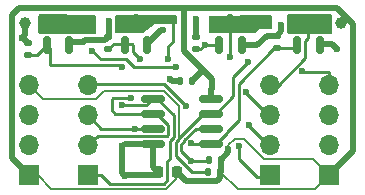
<source format=gbr>
%TF.GenerationSoftware,KiCad,Pcbnew,8.0.5-8.0.5-0~ubuntu22.04.1*%
%TF.CreationDate,2024-09-29T19:15:56+02:00*%
%TF.ProjectId,4Bit_I2C_Port_Expander_Module_FUEL4EP,34426974-5f49-4324-935f-506f72745f45,V1.2*%
%TF.SameCoordinates,Original*%
%TF.FileFunction,Copper,L1,Top*%
%TF.FilePolarity,Positive*%
%FSLAX46Y46*%
G04 Gerber Fmt 4.6, Leading zero omitted, Abs format (unit mm)*
G04 Created by KiCad (PCBNEW 8.0.5-8.0.5-0~ubuntu22.04.1) date 2024-09-29 19:15:56*
%MOMM*%
%LPD*%
G01*
G04 APERTURE LIST*
G04 Aperture macros list*
%AMRoundRect*
0 Rectangle with rounded corners*
0 $1 Rounding radius*
0 $2 $3 $4 $5 $6 $7 $8 $9 X,Y pos of 4 corners*
0 Add a 4 corners polygon primitive as box body*
4,1,4,$2,$3,$4,$5,$6,$7,$8,$9,$2,$3,0*
0 Add four circle primitives for the rounded corners*
1,1,$1+$1,$2,$3*
1,1,$1+$1,$4,$5*
1,1,$1+$1,$6,$7*
1,1,$1+$1,$8,$9*
0 Add four rect primitives between the rounded corners*
20,1,$1+$1,$2,$3,$4,$5,0*
20,1,$1+$1,$4,$5,$6,$7,0*
20,1,$1+$1,$6,$7,$8,$9,0*
20,1,$1+$1,$8,$9,$2,$3,0*%
G04 Aperture macros list end*
%TA.AperFunction,SMDPad,CuDef*%
%ADD10RoundRect,0.150000X0.150000X-0.587500X0.150000X0.587500X-0.150000X0.587500X-0.150000X-0.587500X0*%
%TD*%
%TA.AperFunction,ComponentPad*%
%ADD11C,1.000000*%
%TD*%
%TA.AperFunction,SMDPad,CuDef*%
%ADD12RoundRect,0.140000X0.140000X0.170000X-0.140000X0.170000X-0.140000X-0.170000X0.140000X-0.170000X0*%
%TD*%
%TA.AperFunction,SMDPad,CuDef*%
%ADD13RoundRect,0.225000X0.225000X0.250000X-0.225000X0.250000X-0.225000X-0.250000X0.225000X-0.250000X0*%
%TD*%
%TA.AperFunction,SMDPad,CuDef*%
%ADD14RoundRect,0.135000X-0.135000X-0.185000X0.135000X-0.185000X0.135000X0.185000X-0.135000X0.185000X0*%
%TD*%
%TA.AperFunction,SMDPad,CuDef*%
%ADD15RoundRect,0.150000X-0.825000X-0.150000X0.825000X-0.150000X0.825000X0.150000X-0.825000X0.150000X0*%
%TD*%
%TA.AperFunction,SMDPad,CuDef*%
%ADD16RoundRect,0.135000X0.185000X-0.135000X0.185000X0.135000X-0.185000X0.135000X-0.185000X-0.135000X0*%
%TD*%
%TA.AperFunction,ComponentPad*%
%ADD17R,1.700000X1.700000*%
%TD*%
%TA.AperFunction,ComponentPad*%
%ADD18O,1.700000X1.700000*%
%TD*%
%TA.AperFunction,ViaPad*%
%ADD19C,0.600000*%
%TD*%
%TA.AperFunction,Conductor*%
%ADD20C,0.500000*%
%TD*%
%TA.AperFunction,Conductor*%
%ADD21C,0.200000*%
%TD*%
%TA.AperFunction,Conductor*%
%ADD22C,0.250000*%
%TD*%
G04 APERTURE END LIST*
D10*
%TO.P,Q1,1,G*%
%TO.N,/IO0*%
X4020400Y13032500D03*
%TO.P,Q1,2,S*%
%TO.N,GND*%
X5920400Y13032500D03*
%TO.P,Q1,3,D*%
%TO.N,/OC0*%
X4970400Y14907500D03*
%TD*%
%TO.P,Q3,1,G*%
%TO.N,/IO2*%
X18608000Y13032500D03*
%TO.P,Q3,2,S*%
%TO.N,GND*%
X20508000Y13032500D03*
%TO.P,Q3,3,D*%
%TO.N,/OC2*%
X19558000Y14907500D03*
%TD*%
D11*
%TO.P,J5,1,Pin_1*%
%TO.N,GND*%
X2184400Y14935200D03*
%TD*%
%TO.P,J6,1,Pin_1*%
%TO.N,VCC*%
X28905200Y14935200D03*
%TD*%
D12*
%TO.P,C2,1*%
%TO.N,VCC*%
X16280000Y10000000D03*
%TO.P,C2,2*%
%TO.N,GND*%
X15320000Y10000000D03*
%TD*%
D13*
%TO.P,C1,1*%
%TO.N,VCC*%
X14999000Y2300000D03*
%TO.P,C1,2*%
%TO.N,GND*%
X13449000Y2300000D03*
%TD*%
D14*
%TO.P,R1,1*%
%TO.N,/SCL*%
X17697269Y3337000D03*
%TO.P,R1,2*%
%TO.N,VCC*%
X18717269Y3337000D03*
%TD*%
%TO.P,R2,1*%
%TO.N,/SDA*%
X17690000Y2286000D03*
%TO.P,R2,2*%
%TO.N,VCC*%
X18710000Y2286000D03*
%TD*%
D15*
%TO.P,U1,1,IO0*%
%TO.N,/IO0*%
X12995000Y8505000D03*
%TO.P,U1,2,IO1*%
%TO.N,/IO1*%
X12995000Y7235000D03*
%TO.P,U1,3,IO2*%
%TO.N,/IO2*%
X12995000Y5965000D03*
%TO.P,U1,4,VSS*%
%TO.N,GND*%
X12995000Y4695000D03*
%TO.P,U1,5,IO3*%
%TO.N,/IO3*%
X17945000Y4695000D03*
%TO.P,U1,6,SCL*%
%TO.N,/SCL*%
X17945000Y5965000D03*
%TO.P,U1,7,SDA*%
%TO.N,/SDA*%
X17945000Y7235000D03*
%TO.P,U1,8,VDD*%
%TO.N,VCC*%
X17945000Y8505000D03*
%TD*%
D16*
%TO.P,R3,1*%
%TO.N,/IO0*%
X2413000Y12192000D03*
%TO.P,R3,2*%
%TO.N,GND*%
X2413000Y13212000D03*
%TD*%
D10*
%TO.P,Q2,1,G*%
%TO.N,/IO1*%
X10607000Y13032500D03*
%TO.P,Q2,2,S*%
%TO.N,GND*%
X12507000Y13032500D03*
%TO.P,Q2,3,D*%
%TO.N,/OC1*%
X11557000Y14907500D03*
%TD*%
D16*
%TO.P,R5,1*%
%TO.N,/IO1*%
X9200000Y12690000D03*
%TO.P,R5,2*%
%TO.N,GND*%
X9200000Y13710000D03*
%TD*%
D17*
%TO.P,J3,1,Pin_1*%
%TO.N,/IO0*%
X7500000Y2000000D03*
D18*
%TO.P,J3,2,Pin_2*%
%TO.N,/IO1*%
X7500000Y4540000D03*
%TO.P,J3,3,Pin_3*%
%TO.N,/IO2*%
X7500000Y7080000D03*
%TO.P,J3,4,Pin_4*%
%TO.N,/IO3*%
X7500000Y9620000D03*
%TD*%
D17*
%TO.P,J1,1,Pin_1*%
%TO.N,VCC*%
X2540000Y2000000D03*
D18*
%TO.P,J1,2,Pin_2*%
%TO.N,GND*%
X2540000Y4540000D03*
%TO.P,J1,3,Pin_3*%
%TO.N,/SCL*%
X2540000Y7080000D03*
%TO.P,J1,4,Pin_4*%
%TO.N,/SDA*%
X2540000Y9620000D03*
%TD*%
D17*
%TO.P,J2,1,Pin_1*%
%TO.N,VCC*%
X27900000Y2000000D03*
D18*
%TO.P,J2,2,Pin_2*%
%TO.N,GND*%
X27900000Y4540000D03*
%TO.P,J2,3,Pin_3*%
%TO.N,/SCL*%
X27900000Y7080000D03*
%TO.P,J2,4,Pin_4*%
%TO.N,/SDA*%
X27900000Y9620000D03*
%TD*%
D17*
%TO.P,J4,1,Pin_1*%
%TO.N,/OC0*%
X22900000Y2000000D03*
D18*
%TO.P,J4,2,Pin_2*%
%TO.N,/OC1*%
X22900000Y4540000D03*
%TO.P,J4,3,Pin_3*%
%TO.N,/OC2*%
X22900000Y7080000D03*
%TO.P,J4,4,Pin_4*%
%TO.N,/OC3*%
X22900000Y9620000D03*
%TD*%
D16*
%TO.P,R9,1*%
%TO.N,/IO3*%
X23495000Y12825000D03*
%TO.P,R9,2*%
%TO.N,GND*%
X23495000Y13845000D03*
%TD*%
D10*
%TO.P,Q4,1,G*%
%TO.N,/IO3*%
X25212000Y13032500D03*
%TO.P,Q4,2,S*%
%TO.N,GND*%
X27112000Y13032500D03*
%TO.P,Q4,3,D*%
%TO.N,/OC3*%
X26162000Y14907500D03*
%TD*%
D16*
%TO.P,R7,1*%
%TO.N,/IO2*%
X16600000Y12690000D03*
%TO.P,R7,2*%
%TO.N,GND*%
X16600000Y13710000D03*
%TD*%
D19*
%TO.N,VCC*%
X17973066Y9372066D03*
X19364732Y4226000D03*
%TO.N,GND*%
X23876000Y14732000D03*
X10414000Y4480000D03*
X16637000Y15240000D03*
X1879600Y13614400D03*
X28575000Y12700000D03*
X9271000Y15113000D03*
X13843000Y14351000D03*
X7061200Y13309600D03*
X14400000Y10200000D03*
X10669572Y1996001D03*
%TO.N,/SCL*%
X16201000Y3265000D03*
%TO.N,/SDA*%
X25654000Y10830000D03*
X21082000Y11592000D03*
%TO.N,/IO0*%
X10385759Y7955000D03*
X10374011Y11211900D03*
%TO.N,/IO1*%
X11176000Y8579500D03*
X11938000Y11846000D03*
%TO.N,/IO2*%
X17399000Y13081000D03*
X11469000Y5965000D03*
%TO.N,/IO3*%
X16248980Y4728468D03*
X15801386Y7850481D03*
%TO.N,/OC0*%
X7874000Y12573000D03*
X7874000Y14224000D03*
X14956029Y11162797D03*
X20267164Y4513154D03*
%TO.N,/OC1*%
X14267283Y11860106D03*
X21127933Y6297868D03*
%TO.N,/OC2*%
X20886001Y9052000D03*
X19558000Y12065000D03*
%TD*%
D20*
%TO.N,VCC*%
X29945000Y14868858D02*
X29366529Y15447329D01*
X1800000Y16210000D02*
X15448000Y16210000D01*
X15448000Y16210000D02*
X15794000Y16210000D01*
D21*
X19936654Y5112654D02*
X19364732Y4540732D01*
D20*
X1672685Y16210000D02*
X1800000Y16210000D01*
X17221343Y10921343D02*
X17973066Y10169619D01*
D21*
X19364732Y4540732D02*
X19364732Y4226000D01*
D20*
X29945000Y4045000D02*
X29945000Y14868858D01*
X15621000Y12521686D02*
X15621000Y16037000D01*
D21*
X27900000Y2000000D02*
X26510000Y3390000D01*
D20*
X17973066Y10169619D02*
X17973066Y9372066D01*
D21*
X3242000Y2000000D02*
X4399501Y842499D01*
X20181000Y850000D02*
X18710000Y2321000D01*
X20701000Y5112654D02*
X19936654Y5112654D01*
X14077652Y842499D02*
X14999000Y1763847D01*
D20*
X18710000Y1819000D02*
X18710000Y2286000D01*
X18710000Y2193685D02*
X18710000Y2321000D01*
X29201429Y15612429D02*
X28603858Y16210000D01*
X18717269Y3337000D02*
X18717269Y2328269D01*
X18717269Y3337000D02*
X19364732Y3984463D01*
X15794000Y16210000D02*
X28603858Y16210000D01*
X16300000Y10000000D02*
X17221343Y10921343D01*
X29366529Y15396529D02*
X29366529Y15447329D01*
D21*
X27900000Y2000000D02*
X26750000Y850000D01*
D20*
X19364732Y3984463D02*
X19364732Y4226000D01*
D21*
X22423654Y3390000D02*
X20701000Y5112654D01*
D20*
X27900000Y2000000D02*
X29945000Y4045000D01*
D21*
X26750000Y850000D02*
X20181000Y850000D01*
D20*
X17945000Y8505000D02*
X17945000Y9344000D01*
X1030000Y15567315D02*
X1672685Y16210000D01*
D21*
X4399501Y842499D02*
X14077652Y842499D01*
D20*
X17945000Y9344000D02*
X17973066Y9372066D01*
X2500000Y2000000D02*
X1030000Y3470000D01*
X14999000Y2300000D02*
X15783000Y1516000D01*
X15621000Y16037000D02*
X15794000Y16210000D01*
X29366529Y15447329D02*
X29201429Y15612429D01*
X28905200Y14935200D02*
X29366529Y15396529D01*
X18407000Y1516000D02*
X18710000Y1819000D01*
X1030000Y3470000D02*
X1030000Y15567315D01*
X17221343Y10921343D02*
X15621000Y12521686D01*
D21*
X26510000Y3390000D02*
X22423654Y3390000D01*
D20*
X15783000Y1516000D02*
X18407000Y1516000D01*
%TO.N,GND*%
X7061200Y13309600D02*
X6197500Y13309600D01*
X10414000Y2251573D02*
X10669572Y1996001D01*
X9271000Y13781000D02*
X9200000Y13710000D01*
X14600000Y10000000D02*
X14400000Y10200000D01*
X2010600Y13614400D02*
X2413000Y13212000D01*
X23876000Y14732000D02*
X23876000Y14226000D01*
X2184400Y14935200D02*
X2184400Y13919200D01*
X13442998Y2073002D02*
X10746573Y2073002D01*
X22608000Y13845000D02*
X21844000Y13081000D01*
X7226100Y13474500D02*
X7061200Y13309600D01*
X12995000Y2754000D02*
X13449000Y2300000D01*
X6197500Y13309600D02*
X5920400Y13032500D01*
X16600000Y13710000D02*
X16600000Y15203000D01*
X10414000Y4480000D02*
X10414000Y2251573D01*
X2184400Y13919200D02*
X1879600Y13614400D01*
X13698500Y14351000D02*
X12507000Y13159500D01*
X9271000Y15113000D02*
X9271000Y13781000D01*
X12995000Y4695000D02*
X10629000Y4695000D01*
X15320000Y10000000D02*
X14600000Y10000000D01*
X16600000Y15203000D02*
X16637000Y15240000D01*
X13843000Y14351000D02*
X13698500Y14351000D01*
X12995000Y4695000D02*
X12995000Y2754000D01*
X9200000Y13710000D02*
X8964500Y13474500D01*
X28115500Y13159500D02*
X28575000Y12700000D01*
X1879600Y13614400D02*
X2010600Y13614400D01*
X27112000Y13159500D02*
X28115500Y13159500D01*
X10629000Y4695000D02*
X10414000Y4480000D01*
X21844000Y13081000D02*
X20556500Y13081000D01*
X10746573Y2073002D02*
X10669572Y1996001D01*
X23876000Y14226000D02*
X23495000Y13845000D01*
X23495000Y13845000D02*
X22608000Y13845000D01*
X8964500Y13474500D02*
X7226100Y13474500D01*
D22*
%TO.N,/SCL*%
X17945000Y5965000D02*
X16600070Y5965000D01*
X15643503Y4881433D02*
X15377500Y4615430D01*
X16600070Y5965000D02*
X15643503Y5008433D01*
X15377500Y4615430D02*
X15377500Y4088500D01*
X15377500Y4088500D02*
X16201000Y3265000D01*
X15643503Y5008433D02*
X15643503Y4881433D01*
X17625269Y3265000D02*
X16201000Y3265000D01*
%TO.N,/SDA*%
X16261823Y2321000D02*
X17690000Y2321000D01*
D21*
X13932396Y9179000D02*
X15194002Y7917394D01*
D22*
X27900000Y10780538D02*
X25703462Y10780538D01*
D21*
X3650000Y8470000D02*
X8181000Y8470000D01*
D22*
X19812000Y10322000D02*
X19812000Y8725249D01*
X14927999Y3654824D02*
X16261823Y2321000D01*
X19812000Y8725249D02*
X18321751Y7235000D01*
X15194002Y5067622D02*
X14927999Y4801619D01*
X21082000Y11592000D02*
X19812000Y10322000D01*
D21*
X2500000Y9620000D02*
X3650000Y8470000D01*
D22*
X14927999Y4801619D02*
X14927999Y3654824D01*
D21*
X8181000Y8470000D02*
X8890000Y9179000D01*
D22*
X17234380Y7235000D02*
X15194002Y5194622D01*
X27900000Y10780538D02*
X27900000Y9620000D01*
D21*
X15194002Y7917394D02*
X15194002Y5194622D01*
X8890000Y9179000D02*
X13932396Y9179000D01*
D22*
X15194002Y5194622D02*
X15194002Y5067622D01*
X25703462Y10780538D02*
X25654000Y10830000D01*
%TO.N,/IO0*%
X4263000Y12789900D02*
X4020400Y13032500D01*
X14419501Y4928811D02*
X14419501Y3435684D01*
X14744501Y5253811D02*
X14419501Y4928811D01*
X13371751Y8505000D02*
X14744501Y7132250D01*
X14744501Y7132250D02*
X14744501Y5253811D01*
X4263000Y11338000D02*
X4263000Y12789900D01*
X2413000Y12192000D02*
X3179900Y12192000D01*
X14224000Y1589183D02*
X13901817Y1267000D01*
X3179900Y12192000D02*
X4020400Y13032500D01*
X14419501Y3435684D02*
X14224000Y3240183D01*
X12917500Y8427500D02*
X12445000Y7955000D01*
X13901817Y1267000D02*
X9333000Y1267000D01*
X8600000Y2000000D02*
X7500000Y2000000D01*
X10247911Y11338000D02*
X10374011Y11211900D01*
X9333000Y1267000D02*
X8600000Y2000000D01*
X4263000Y11338000D02*
X10247911Y11338000D01*
X14224000Y3240183D02*
X14224000Y1589183D01*
X12445000Y7955000D02*
X10385759Y7955000D01*
%TO.N,/IO1*%
X14295000Y5440000D02*
X14195000Y5340000D01*
X13371751Y7235000D02*
X14295000Y6311751D01*
X11224500Y13159500D02*
X10607000Y13159500D01*
X11938000Y11846000D02*
X11303000Y12481000D01*
X8300000Y5340000D02*
X7500000Y4540000D01*
X11303000Y12481000D02*
X11303000Y13081000D01*
X12995000Y7235000D02*
X9818000Y7235000D01*
X9652838Y8579500D02*
X11176000Y8579500D01*
X11303000Y13081000D02*
X11224500Y13159500D01*
X14295000Y6311751D02*
X14295000Y5440000D01*
X14195000Y5340000D02*
X8300000Y5340000D01*
X10607000Y13159500D02*
X9669500Y13159500D01*
X9525000Y7528000D02*
X9525000Y8451662D01*
X9818000Y7235000D02*
X9525000Y7528000D01*
X9669500Y13159500D02*
X9200000Y12690000D01*
X9525000Y8451662D02*
X9652838Y8579500D01*
%TO.N,/IO2*%
X17399000Y13081000D02*
X18559500Y13081000D01*
X12995000Y5965000D02*
X11469000Y5965000D01*
X8615000Y5965000D02*
X7500000Y7080000D01*
X16600000Y12690000D02*
X17008000Y12690000D01*
X17008000Y12690000D02*
X17399000Y13081000D01*
X8615000Y5965000D02*
X11469000Y5965000D01*
%TO.N,/IO3*%
X15801386Y7910345D02*
X15801386Y7850481D01*
X24877500Y12825000D02*
X25212000Y13159500D01*
X7635501Y9755501D02*
X13956230Y9755501D01*
X16282448Y4695000D02*
X16248980Y4728468D01*
X18321751Y4695000D02*
X19260499Y5633748D01*
X19260499Y5633748D02*
X19260499Y5671835D01*
X20261501Y6672837D02*
X20261501Y9755501D01*
X13956230Y9755501D02*
X15801386Y7910345D01*
X17945000Y4695000D02*
X16282448Y4695000D01*
X20261501Y9755501D02*
X23196000Y12690000D01*
X23495000Y12825000D02*
X24877500Y12825000D01*
X19260499Y5671835D02*
X20261501Y6672837D01*
%TO.N,/OC0*%
X11392403Y11162797D02*
X10718800Y11836400D01*
X7874000Y15160000D02*
X5222900Y15160000D01*
X10718800Y11836400D02*
X8610600Y11836400D01*
X20267164Y3432836D02*
X20267164Y4513154D01*
X8610600Y11836400D02*
X7874000Y12573000D01*
X5222900Y15160000D02*
X4970400Y14907500D01*
X14956029Y11162797D02*
X11392403Y11162797D01*
X7874000Y15160000D02*
X7874000Y14224000D01*
X21800000Y1900000D02*
X20267164Y3432836D01*
X22900000Y1900000D02*
X21800000Y1900000D01*
%TO.N,/OC1*%
X22900000Y4440000D02*
X21127933Y6212067D01*
X21127933Y6212067D02*
X21127933Y6297868D01*
X14721500Y13359434D02*
X14267283Y12905217D01*
X14732000Y15111000D02*
X11633500Y15111000D01*
X14267283Y12905217D02*
X14267283Y11860106D01*
X14721500Y14990677D02*
X14721500Y13359434D01*
%TO.N,/OC2*%
X20886001Y8993999D02*
X20886001Y9052000D01*
X22900000Y6980000D02*
X20886001Y8993999D01*
X19558000Y12065000D02*
X19558000Y15034500D01*
%TO.N,/OC3*%
X26162000Y13618751D02*
X25899800Y13356551D01*
X25899800Y11958977D02*
X23460823Y9520000D01*
X25899800Y13356551D02*
X25899800Y11958977D01*
X26162000Y15034500D02*
X26162000Y13618751D01*
%TD*%
%TA.AperFunction,Conductor*%
%TO.N,/OC0*%
G36*
X8054112Y15596898D02*
G01*
X8122021Y15576188D01*
X8167953Y15522051D01*
X8178800Y15470905D01*
X8178800Y14096000D01*
X8158798Y14027879D01*
X8105142Y13981386D01*
X8052800Y13970000D01*
X6115119Y13970000D01*
X6106012Y13970330D01*
X6103666Y13970500D01*
X6103660Y13970500D01*
X5737140Y13970500D01*
X5737134Y13970500D01*
X5734788Y13970330D01*
X5725681Y13970000D01*
X4215119Y13970000D01*
X4206012Y13970330D01*
X4203666Y13970500D01*
X4203660Y13970500D01*
X3837140Y13970500D01*
X3837134Y13970500D01*
X3834788Y13970330D01*
X3825681Y13970000D01*
X3428000Y13970000D01*
X3359879Y13990002D01*
X3313386Y14043658D01*
X3302000Y14096000D01*
X3302000Y15519080D01*
X3322002Y15587201D01*
X3375658Y15633694D01*
X3429312Y15645073D01*
X8054112Y15596898D01*
G37*
%TD.AperFunction*%
%TD*%
%TA.AperFunction,Conductor*%
%TO.N,/OC3*%
G36*
X28085321Y15677198D02*
G01*
X28131814Y15623542D01*
X28143200Y15571200D01*
X28143200Y14096000D01*
X28123198Y14027879D01*
X28069542Y13981386D01*
X28017200Y13970000D01*
X27306719Y13970000D01*
X27297612Y13970330D01*
X27295266Y13970500D01*
X27295260Y13970500D01*
X26928740Y13970500D01*
X26928734Y13970500D01*
X26926388Y13970330D01*
X26917281Y13970000D01*
X25406719Y13970000D01*
X25397612Y13970330D01*
X25395266Y13970500D01*
X25395260Y13970500D01*
X25028740Y13970500D01*
X25028734Y13970500D01*
X25026388Y13970330D01*
X25017281Y13970000D01*
X24510000Y13970000D01*
X24441879Y13990002D01*
X24395386Y14043658D01*
X24384000Y14096000D01*
X24384000Y15571200D01*
X24404002Y15639321D01*
X24457658Y15685814D01*
X24510000Y15697200D01*
X28017200Y15697200D01*
X28085321Y15677198D01*
G37*
%TD.AperFunction*%
%TD*%
%TA.AperFunction,Conductor*%
%TO.N,/OC1*%
G36*
X14978921Y15575598D02*
G01*
X15025414Y15521942D01*
X15036800Y15469600D01*
X15036800Y14959600D01*
X15016798Y14891479D01*
X14963142Y14844986D01*
X14910800Y14833600D01*
X13994039Y14833600D01*
X13958541Y14838704D01*
X13914961Y14851500D01*
X13771039Y14851500D01*
X13727459Y14838704D01*
X13691961Y14833600D01*
X13157200Y14833600D01*
X13157199Y14833599D01*
X13157198Y14833599D01*
X12123258Y14095070D01*
X12056200Y14071752D01*
X12050022Y14071600D01*
X9930400Y14071600D01*
X9862279Y14091602D01*
X9815786Y14145258D01*
X9804400Y14197600D01*
X9804400Y15469600D01*
X9824402Y15537721D01*
X9878058Y15584214D01*
X9930400Y15595600D01*
X14910800Y15595600D01*
X14978921Y15575598D01*
G37*
%TD.AperFunction*%
%TD*%
%TA.AperFunction,Conductor*%
%TO.N,/OC2*%
G36*
X23004308Y15575036D02*
G01*
X23051310Y15521825D01*
X23063200Y15468394D01*
X23063200Y14502400D01*
X23043198Y14434279D01*
X22989542Y14387786D01*
X22937200Y14376400D01*
X22047200Y14376400D01*
X22047199Y14376399D01*
X21674400Y14096800D01*
X21607902Y14071929D01*
X21598800Y14071600D01*
X17855200Y14071600D01*
X17787079Y14091602D01*
X17740586Y14145258D01*
X17729200Y14197600D01*
X17729200Y15419994D01*
X17749202Y15488115D01*
X17802858Y15534608D01*
X17854000Y15545988D01*
X22936000Y15594388D01*
X23004308Y15575036D01*
G37*
%TD.AperFunction*%
%TD*%
M02*

</source>
